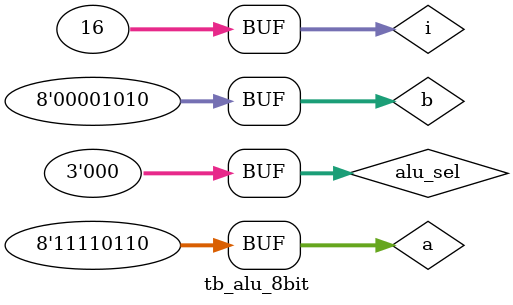
<source format=v>
`timescale 1ns / 1ps

module tb_alu_8bit;
//Inputs
reg		[7:0] a,b;
reg 	[2:0] alu_sel;
//Outputs
wire 	[7:0] alu_out;
wire 	  alu_cout;
// Verilog code for ALU
integer i;
alu_8bit alu_8bit_unit (
.a(a),
.b(b),
.alu_sel(alu_sel),
.alu_out(alu_out),
.alu_cout(alu_cout)
);
	initial begin
	// hold reset state for 100 ns.
	  a = 8'h0A;
	  b = 4'h02;
	  alu_sel = 3'h0;

	  for (i=0;i<=15;i=i+1)
	  begin
	   alu_sel = alu_sel + 1;
	   #10;
	  end

	  a = 8'hF6;
	  b = 8'h0A;
	end
endmodule

</source>
